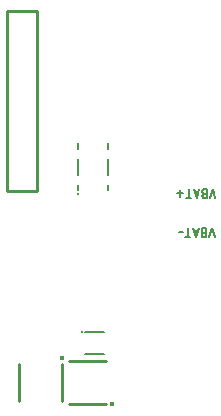
<source format=gto>
G04 DipTrace 3.0.0.1*
G04 battery-fuel_gauge_V2.GTO*
%MOIN*%
G04 #@! TF.FileFunction,Legend,Top*
G04 #@! TF.Part,Single*
%ADD10C,0.009843*%
%ADD14C,0.008*%
%ADD19C,0.01*%
%ADD21C,0.007873*%
%ADD29C,0.015754*%
%ADD32C,0.007872*%
%ADD57C,0.006*%
%FSLAX26Y26*%
G04*
G70*
G90*
G75*
G01*
G04 TopSilk*
%LPD*%
X655012Y1309005D2*
D14*
Y1328697D1*
X757377D2*
Y1309005D1*
X655012Y1171204D2*
Y1190895D1*
D21*
Y1159402D3*
X757377Y1277503D2*
D14*
Y1222398D1*
X655012D2*
Y1277503D1*
X757377Y1190895D2*
Y1171204D1*
X602071Y594199D2*
D10*
Y468203D1*
X460334Y594199D2*
Y468203D1*
D29*
X602063Y613875D3*
X750449Y460330D2*
D10*
X624452D1*
X750449Y602067D2*
X624452D1*
D29*
X770125Y460338D3*
X680952Y697886D2*
D14*
X743945D1*
X680952Y627017D2*
X743945D1*
D32*
X669144Y697882D3*
X418701Y1768701D2*
D19*
X518701D1*
Y1168701D1*
X418701D1*
Y1768701D1*
X1111812Y1016262D2*
D57*
X1102633Y1046406D1*
X1093454Y1016262D1*
X1083854D2*
Y1046406D1*
X1073508D1*
X1070059Y1044947D1*
X1068918Y1043521D1*
X1067777Y1040669D1*
Y1036358D1*
X1068918Y1033473D1*
X1070059Y1032047D1*
X1073508Y1030622D1*
X1070059Y1029162D1*
X1068918Y1027736D1*
X1067777Y1024885D1*
Y1021999D1*
X1068918Y1019148D1*
X1070059Y1017688D1*
X1073508Y1016262D1*
X1083854D1*
Y1030622D2*
X1073508D1*
X1039793Y1046406D2*
X1048998Y1016262D1*
X1058177Y1046406D1*
X1054729Y1036358D2*
X1043241D1*
X1022154Y1016262D2*
Y1046406D1*
X1030193Y1016262D2*
X1014116D1*
X1004516Y1031351D2*
X991251D1*
X1114264Y1146215D2*
X1105085Y1176359D1*
X1095906Y1146215D1*
X1086306D2*
Y1176359D1*
X1075959D1*
X1072510Y1174900D1*
X1071370Y1173474D1*
X1070229Y1170622D1*
Y1166311D1*
X1071370Y1163426D1*
X1072510Y1162000D1*
X1075959Y1160574D1*
X1072510Y1159115D1*
X1071370Y1157689D1*
X1070229Y1154837D1*
Y1151952D1*
X1071370Y1149100D1*
X1072510Y1147641D1*
X1075959Y1146215D1*
X1086306D1*
Y1160574D2*
X1075959D1*
X1042244Y1176359D2*
X1051450Y1146215D1*
X1060629Y1176359D1*
X1057180Y1166311D2*
X1045693D1*
X1024606Y1146215D2*
Y1176359D1*
X1032644Y1146215D2*
X1016567D1*
X996647Y1148387D2*
Y1174220D1*
X1006967Y1161320D2*
X986301D1*
M02*

</source>
